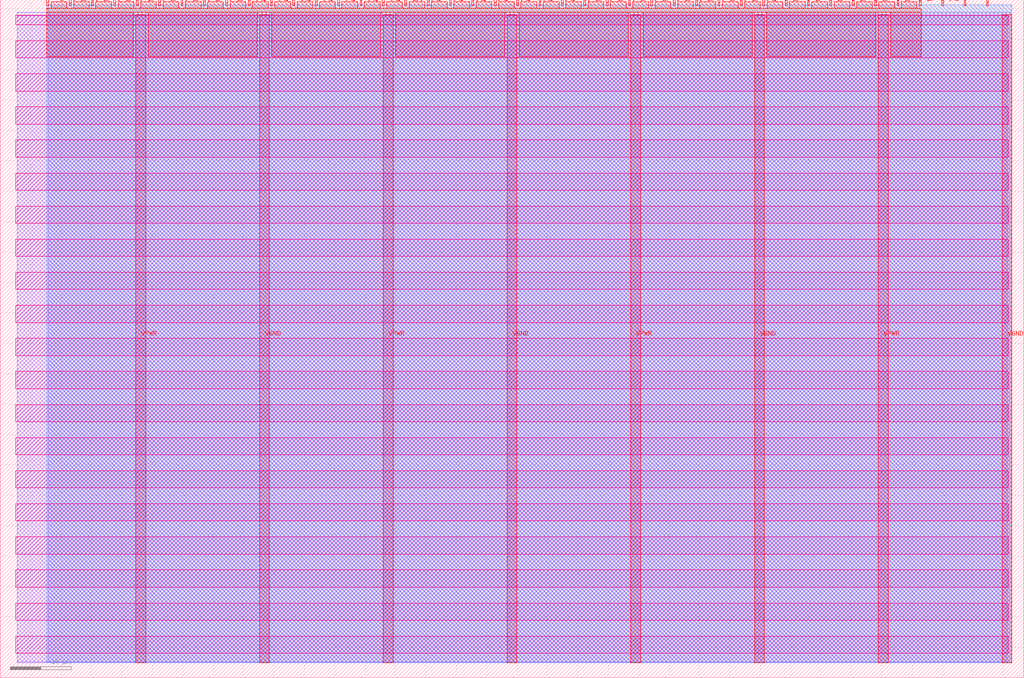
<source format=lef>
VERSION 5.7 ;
  NOWIREEXTENSIONATPIN ON ;
  DIVIDERCHAR "/" ;
  BUSBITCHARS "[]" ;
MACRO tt_um_rebot449_lingret_ALU_Top
  CLASS BLOCK ;
  FOREIGN tt_um_rebot449_lingret_ALU_Top ;
  ORIGIN 0.000 0.000 ;
  SIZE 168.360 BY 111.520 ;
  PIN VGND
    DIRECTION INOUT ;
    USE GROUND ;
    PORT
      LAYER met4 ;
        RECT 42.670 2.480 44.270 109.040 ;
    END
    PORT
      LAYER met4 ;
        RECT 83.380 2.480 84.980 109.040 ;
    END
    PORT
      LAYER met4 ;
        RECT 124.090 2.480 125.690 109.040 ;
    END
    PORT
      LAYER met4 ;
        RECT 164.800 2.480 166.400 109.040 ;
    END
  END VGND
  PIN VPWR
    DIRECTION INOUT ;
    USE POWER ;
    PORT
      LAYER met4 ;
        RECT 22.315 2.480 23.915 109.040 ;
    END
    PORT
      LAYER met4 ;
        RECT 63.025 2.480 64.625 109.040 ;
    END
    PORT
      LAYER met4 ;
        RECT 103.735 2.480 105.335 109.040 ;
    END
    PORT
      LAYER met4 ;
        RECT 144.445 2.480 146.045 109.040 ;
    END
  END VPWR
  PIN clk
    DIRECTION INPUT ;
    USE SIGNAL ;
    PORT
      LAYER met4 ;
        RECT 158.550 110.520 158.850 111.520 ;
    END
  END clk
  PIN ena
    DIRECTION INPUT ;
    USE SIGNAL ;
    PORT
      LAYER met4 ;
        RECT 162.230 110.520 162.530 111.520 ;
    END
  END ena
  PIN rst_n
    DIRECTION INPUT ;
    USE SIGNAL ;
    PORT
      LAYER met4 ;
        RECT 154.870 110.520 155.170 111.520 ;
    END
  END rst_n
  PIN ui_in[0]
    DIRECTION INPUT ;
    USE SIGNAL ;
    ANTENNAGATEAREA 0.213000 ;
    PORT
      LAYER met4 ;
        RECT 151.190 110.520 151.490 111.520 ;
    END
  END ui_in[0]
  PIN ui_in[1]
    DIRECTION INPUT ;
    USE SIGNAL ;
    ANTENNAGATEAREA 0.213000 ;
    PORT
      LAYER met4 ;
        RECT 147.510 110.520 147.810 111.520 ;
    END
  END ui_in[1]
  PIN ui_in[2]
    DIRECTION INPUT ;
    USE SIGNAL ;
    ANTENNAGATEAREA 0.196500 ;
    PORT
      LAYER met4 ;
        RECT 143.830 110.520 144.130 111.520 ;
    END
  END ui_in[2]
  PIN ui_in[3]
    DIRECTION INPUT ;
    USE SIGNAL ;
    PORT
      LAYER met4 ;
        RECT 140.150 110.520 140.450 111.520 ;
    END
  END ui_in[3]
  PIN ui_in[4]
    DIRECTION INPUT ;
    USE SIGNAL ;
    PORT
      LAYER met4 ;
        RECT 136.470 110.520 136.770 111.520 ;
    END
  END ui_in[4]
  PIN ui_in[5]
    DIRECTION INPUT ;
    USE SIGNAL ;
    PORT
      LAYER met4 ;
        RECT 132.790 110.520 133.090 111.520 ;
    END
  END ui_in[5]
  PIN ui_in[6]
    DIRECTION INPUT ;
    USE SIGNAL ;
    PORT
      LAYER met4 ;
        RECT 129.110 110.520 129.410 111.520 ;
    END
  END ui_in[6]
  PIN ui_in[7]
    DIRECTION INPUT ;
    USE SIGNAL ;
    PORT
      LAYER met4 ;
        RECT 125.430 110.520 125.730 111.520 ;
    END
  END ui_in[7]
  PIN uio_in[0]
    DIRECTION INPUT ;
    USE SIGNAL ;
    ANTENNAGATEAREA 0.126000 ;
    PORT
      LAYER met4 ;
        RECT 121.750 110.520 122.050 111.520 ;
    END
  END uio_in[0]
  PIN uio_in[1]
    DIRECTION INPUT ;
    USE SIGNAL ;
    ANTENNAGATEAREA 0.159000 ;
    PORT
      LAYER met4 ;
        RECT 118.070 110.520 118.370 111.520 ;
    END
  END uio_in[1]
  PIN uio_in[2]
    DIRECTION INPUT ;
    USE SIGNAL ;
    ANTENNAGATEAREA 0.196500 ;
    PORT
      LAYER met4 ;
        RECT 114.390 110.520 114.690 111.520 ;
    END
  END uio_in[2]
  PIN uio_in[3]
    DIRECTION INPUT ;
    USE SIGNAL ;
    ANTENNAGATEAREA 0.196500 ;
    PORT
      LAYER met4 ;
        RECT 110.710 110.520 111.010 111.520 ;
    END
  END uio_in[3]
  PIN uio_in[4]
    DIRECTION INPUT ;
    USE SIGNAL ;
    ANTENNAGATEAREA 0.126000 ;
    PORT
      LAYER met4 ;
        RECT 107.030 110.520 107.330 111.520 ;
    END
  END uio_in[4]
  PIN uio_in[5]
    DIRECTION INPUT ;
    USE SIGNAL ;
    ANTENNAGATEAREA 0.213000 ;
    PORT
      LAYER met4 ;
        RECT 103.350 110.520 103.650 111.520 ;
    END
  END uio_in[5]
  PIN uio_in[6]
    DIRECTION INPUT ;
    USE SIGNAL ;
    ANTENNAGATEAREA 0.196500 ;
    PORT
      LAYER met4 ;
        RECT 99.670 110.520 99.970 111.520 ;
    END
  END uio_in[6]
  PIN uio_in[7]
    DIRECTION INPUT ;
    USE SIGNAL ;
    ANTENNAGATEAREA 0.196500 ;
    PORT
      LAYER met4 ;
        RECT 95.990 110.520 96.290 111.520 ;
    END
  END uio_in[7]
  PIN uio_oe[0]
    DIRECTION OUTPUT TRISTATE ;
    USE SIGNAL ;
    PORT
      LAYER met4 ;
        RECT 33.430 110.520 33.730 111.520 ;
    END
  END uio_oe[0]
  PIN uio_oe[1]
    DIRECTION OUTPUT TRISTATE ;
    USE SIGNAL ;
    PORT
      LAYER met4 ;
        RECT 29.750 110.520 30.050 111.520 ;
    END
  END uio_oe[1]
  PIN uio_oe[2]
    DIRECTION OUTPUT TRISTATE ;
    USE SIGNAL ;
    PORT
      LAYER met4 ;
        RECT 26.070 110.520 26.370 111.520 ;
    END
  END uio_oe[2]
  PIN uio_oe[3]
    DIRECTION OUTPUT TRISTATE ;
    USE SIGNAL ;
    PORT
      LAYER met4 ;
        RECT 22.390 110.520 22.690 111.520 ;
    END
  END uio_oe[3]
  PIN uio_oe[4]
    DIRECTION OUTPUT TRISTATE ;
    USE SIGNAL ;
    PORT
      LAYER met4 ;
        RECT 18.710 110.520 19.010 111.520 ;
    END
  END uio_oe[4]
  PIN uio_oe[5]
    DIRECTION OUTPUT TRISTATE ;
    USE SIGNAL ;
    PORT
      LAYER met4 ;
        RECT 15.030 110.520 15.330 111.520 ;
    END
  END uio_oe[5]
  PIN uio_oe[6]
    DIRECTION OUTPUT TRISTATE ;
    USE SIGNAL ;
    PORT
      LAYER met4 ;
        RECT 11.350 110.520 11.650 111.520 ;
    END
  END uio_oe[6]
  PIN uio_oe[7]
    DIRECTION OUTPUT TRISTATE ;
    USE SIGNAL ;
    PORT
      LAYER met4 ;
        RECT 7.670 110.520 7.970 111.520 ;
    END
  END uio_oe[7]
  PIN uio_out[0]
    DIRECTION OUTPUT TRISTATE ;
    USE SIGNAL ;
    PORT
      LAYER met4 ;
        RECT 62.870 110.520 63.170 111.520 ;
    END
  END uio_out[0]
  PIN uio_out[1]
    DIRECTION OUTPUT TRISTATE ;
    USE SIGNAL ;
    PORT
      LAYER met4 ;
        RECT 59.190 110.520 59.490 111.520 ;
    END
  END uio_out[1]
  PIN uio_out[2]
    DIRECTION OUTPUT TRISTATE ;
    USE SIGNAL ;
    PORT
      LAYER met4 ;
        RECT 55.510 110.520 55.810 111.520 ;
    END
  END uio_out[2]
  PIN uio_out[3]
    DIRECTION OUTPUT TRISTATE ;
    USE SIGNAL ;
    PORT
      LAYER met4 ;
        RECT 51.830 110.520 52.130 111.520 ;
    END
  END uio_out[3]
  PIN uio_out[4]
    DIRECTION OUTPUT TRISTATE ;
    USE SIGNAL ;
    PORT
      LAYER met4 ;
        RECT 48.150 110.520 48.450 111.520 ;
    END
  END uio_out[4]
  PIN uio_out[5]
    DIRECTION OUTPUT TRISTATE ;
    USE SIGNAL ;
    PORT
      LAYER met4 ;
        RECT 44.470 110.520 44.770 111.520 ;
    END
  END uio_out[5]
  PIN uio_out[6]
    DIRECTION OUTPUT TRISTATE ;
    USE SIGNAL ;
    PORT
      LAYER met4 ;
        RECT 40.790 110.520 41.090 111.520 ;
    END
  END uio_out[6]
  PIN uio_out[7]
    DIRECTION OUTPUT TRISTATE ;
    USE SIGNAL ;
    PORT
      LAYER met4 ;
        RECT 37.110 110.520 37.410 111.520 ;
    END
  END uio_out[7]
  PIN uo_out[0]
    DIRECTION OUTPUT TRISTATE ;
    USE SIGNAL ;
    ANTENNADIFFAREA 0.891000 ;
    PORT
      LAYER met4 ;
        RECT 92.310 110.520 92.610 111.520 ;
    END
  END uo_out[0]
  PIN uo_out[1]
    DIRECTION OUTPUT TRISTATE ;
    USE SIGNAL ;
    ANTENNADIFFAREA 0.795200 ;
    PORT
      LAYER met4 ;
        RECT 88.630 110.520 88.930 111.520 ;
    END
  END uo_out[1]
  PIN uo_out[2]
    DIRECTION OUTPUT TRISTATE ;
    USE SIGNAL ;
    ANTENNADIFFAREA 0.891000 ;
    PORT
      LAYER met4 ;
        RECT 84.950 110.520 85.250 111.520 ;
    END
  END uo_out[2]
  PIN uo_out[3]
    DIRECTION OUTPUT TRISTATE ;
    USE SIGNAL ;
    ANTENNADIFFAREA 0.462000 ;
    PORT
      LAYER met4 ;
        RECT 81.270 110.520 81.570 111.520 ;
    END
  END uo_out[3]
  PIN uo_out[4]
    DIRECTION OUTPUT TRISTATE ;
    USE SIGNAL ;
    ANTENNADIFFAREA 0.904000 ;
    PORT
      LAYER met4 ;
        RECT 77.590 110.520 77.890 111.520 ;
    END
  END uo_out[4]
  PIN uo_out[5]
    DIRECTION OUTPUT TRISTATE ;
    USE SIGNAL ;
    ANTENNADIFFAREA 0.795200 ;
    PORT
      LAYER met4 ;
        RECT 73.910 110.520 74.210 111.520 ;
    END
  END uo_out[5]
  PIN uo_out[6]
    DIRECTION OUTPUT TRISTATE ;
    USE SIGNAL ;
    ANTENNADIFFAREA 0.445500 ;
    PORT
      LAYER met4 ;
        RECT 70.230 110.520 70.530 111.520 ;
    END
  END uo_out[6]
  PIN uo_out[7]
    DIRECTION OUTPUT TRISTATE ;
    USE SIGNAL ;
    ANTENNAGATEAREA 0.372000 ;
    ANTENNADIFFAREA 0.795200 ;
    PORT
      LAYER met4 ;
        RECT 66.550 110.520 66.850 111.520 ;
    END
  END uo_out[7]
  OBS
      LAYER nwell ;
        RECT 2.570 107.385 165.790 108.990 ;
        RECT 2.570 101.945 165.790 104.775 ;
        RECT 2.570 96.505 165.790 99.335 ;
        RECT 2.570 91.065 165.790 93.895 ;
        RECT 2.570 85.625 165.790 88.455 ;
        RECT 2.570 80.185 165.790 83.015 ;
        RECT 2.570 74.745 165.790 77.575 ;
        RECT 2.570 69.305 165.790 72.135 ;
        RECT 2.570 63.865 165.790 66.695 ;
        RECT 2.570 58.425 165.790 61.255 ;
        RECT 2.570 52.985 165.790 55.815 ;
        RECT 2.570 47.545 165.790 50.375 ;
        RECT 2.570 42.105 165.790 44.935 ;
        RECT 2.570 36.665 165.790 39.495 ;
        RECT 2.570 31.225 165.790 34.055 ;
        RECT 2.570 25.785 165.790 28.615 ;
        RECT 2.570 20.345 165.790 23.175 ;
        RECT 2.570 14.905 165.790 17.735 ;
        RECT 2.570 9.465 165.790 12.295 ;
        RECT 2.570 4.025 165.790 6.855 ;
      LAYER li1 ;
        RECT 2.760 2.635 165.600 108.885 ;
      LAYER met1 ;
        RECT 2.760 2.480 166.400 109.440 ;
      LAYER met2 ;
        RECT 7.910 2.535 166.370 110.685 ;
      LAYER met3 ;
        RECT 7.630 2.555 166.390 110.665 ;
      LAYER met4 ;
        RECT 8.370 110.120 10.950 111.170 ;
        RECT 12.050 110.120 14.630 111.170 ;
        RECT 15.730 110.120 18.310 111.170 ;
        RECT 19.410 110.120 21.990 111.170 ;
        RECT 23.090 110.120 25.670 111.170 ;
        RECT 26.770 110.120 29.350 111.170 ;
        RECT 30.450 110.120 33.030 111.170 ;
        RECT 34.130 110.120 36.710 111.170 ;
        RECT 37.810 110.120 40.390 111.170 ;
        RECT 41.490 110.120 44.070 111.170 ;
        RECT 45.170 110.120 47.750 111.170 ;
        RECT 48.850 110.120 51.430 111.170 ;
        RECT 52.530 110.120 55.110 111.170 ;
        RECT 56.210 110.120 58.790 111.170 ;
        RECT 59.890 110.120 62.470 111.170 ;
        RECT 63.570 110.120 66.150 111.170 ;
        RECT 67.250 110.120 69.830 111.170 ;
        RECT 70.930 110.120 73.510 111.170 ;
        RECT 74.610 110.120 77.190 111.170 ;
        RECT 78.290 110.120 80.870 111.170 ;
        RECT 81.970 110.120 84.550 111.170 ;
        RECT 85.650 110.120 88.230 111.170 ;
        RECT 89.330 110.120 91.910 111.170 ;
        RECT 93.010 110.120 95.590 111.170 ;
        RECT 96.690 110.120 99.270 111.170 ;
        RECT 100.370 110.120 102.950 111.170 ;
        RECT 104.050 110.120 106.630 111.170 ;
        RECT 107.730 110.120 110.310 111.170 ;
        RECT 111.410 110.120 113.990 111.170 ;
        RECT 115.090 110.120 117.670 111.170 ;
        RECT 118.770 110.120 121.350 111.170 ;
        RECT 122.450 110.120 125.030 111.170 ;
        RECT 126.130 110.120 128.710 111.170 ;
        RECT 129.810 110.120 132.390 111.170 ;
        RECT 133.490 110.120 136.070 111.170 ;
        RECT 137.170 110.120 139.750 111.170 ;
        RECT 140.850 110.120 143.430 111.170 ;
        RECT 144.530 110.120 147.110 111.170 ;
        RECT 148.210 110.120 150.790 111.170 ;
        RECT 7.655 109.440 151.505 110.120 ;
        RECT 7.655 102.175 21.915 109.440 ;
        RECT 24.315 102.175 42.270 109.440 ;
        RECT 44.670 102.175 62.625 109.440 ;
        RECT 65.025 102.175 82.980 109.440 ;
        RECT 85.380 102.175 103.335 109.440 ;
        RECT 105.735 102.175 123.690 109.440 ;
        RECT 126.090 102.175 144.045 109.440 ;
        RECT 146.445 102.175 151.505 109.440 ;
  END
END tt_um_rebot449_lingret_ALU_Top
END LIBRARY


</source>
